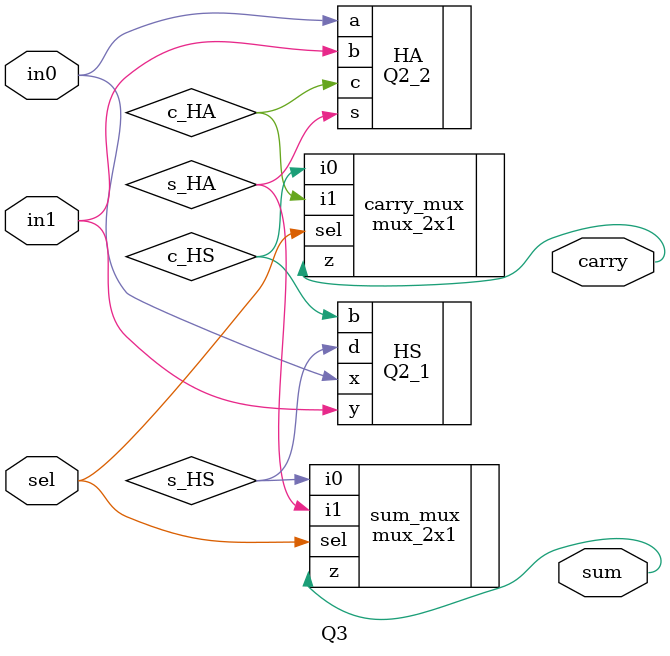
<source format=v>
module Q3
(
	input in0, in1,
	input sel,
	output sum, carry
);

//Interconnects...

wire s_HS, s_HA, c_HS, c_HA;

//Module instantiations...

Q2_1 HS
(
	.x(in0),
	.y(in1),
	.d(s_HS),
	.b(c_HS)
);

Q2_2 HA
(
	.a(in0),
	.b(in1),
	.s(s_HA),
	.c(c_HA)
);

mux_2x1 sum_mux
(
	.i0(s_HS),
	.i1(s_HA),
	.sel(sel),
	.z(sum)
);

mux_2x1 carry_mux
(
	.i0(c_HS),
	.i1(c_HA),
	.sel(sel),
	.z(carry)
);

endmodule
</source>
